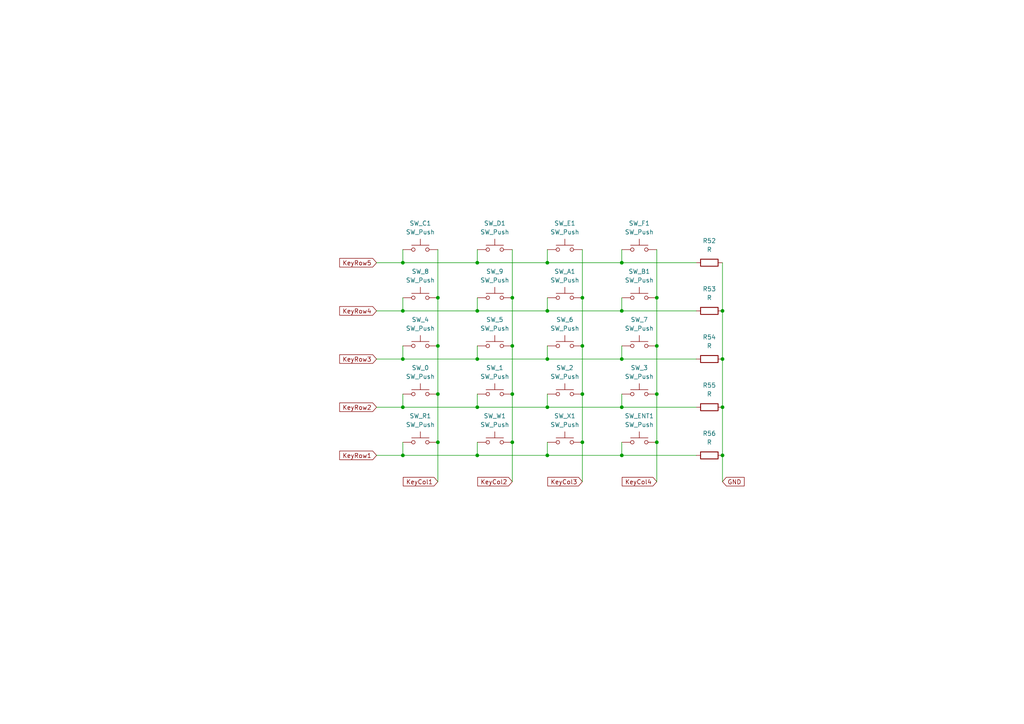
<source format=kicad_sch>
(kicad_sch (version 20230121) (generator eeschema)
  (paper "A4")
  (lib_symbols
    (symbol "Device:R" (pin_numbers hide) (pin_names (offset 0))
      (property "Reference" "R" (at 2.032 0 90))
      (property "Value" "R" (at 0 0 90))
      (symbol "R_0_1"
        (rectangle (start -1.016 -2.54) (end 1.016 2.54) (stroke (width 0.254)))
      )
      (symbol "R_1_1"
        (pin passive line (at 0 3.81 270) (length 1.27) (name "~") (number "1"))
        (pin passive line (at 0 -3.81 90) (length 1.27) (name "~") (number "2"))
      )
    )
    (symbol "Switch:SW_Push" (pin_numbers hide) (pin_names (offset 1.016) hide)
      (property "Reference" "SW" (at 1.27 2.54 0))
      (property "Value" "SW_Push" (at 0 -1.524 0))
      (symbol "SW_Push_0_1"
        (circle (center -2.032 0) (radius 0.508))
        (polyline (pts (xy 0 1.27) (xy 0 3.048)))
        (polyline (pts (xy 2.54 1.27) (xy -2.54 1.27)))
        (circle (center 2.032 0) (radius 0.508))
        (pin passive line (at -5.08 0 0) (length 2.54) (name "1") (number "1"))
        (pin passive line (at 5.08 0 180) (length 2.54) (name "2") (number "2"))
      )
    )
  )
  (junction (at 127 128.27))
  (junction (at 168.91 128.27))
  (junction (at 158.75 76.2))
  (junction (at 138.43 132.08))
  (junction (at 209.55 118.11))
  (junction (at 116.84 132.08))
  (junction (at 158.75 132.08))
  (junction (at 158.75 118.11))
  (junction (at 158.75 104.14))
  (junction (at 148.59 100.33))
  (junction (at 190.5 100.33))
  (junction (at 190.5 86.36))
  (junction (at 138.43 118.11))
  (junction (at 190.5 128.27))
  (junction (at 168.91 114.3))
  (junction (at 148.59 86.36))
  (junction (at 180.34 90.17))
  (junction (at 127 86.36))
  (junction (at 148.59 114.3))
  (junction (at 138.43 90.17))
  (junction (at 180.34 104.14))
  (junction (at 180.34 76.2))
  (junction (at 127 100.33))
  (junction (at 127 114.3))
  (junction (at 180.34 118.11))
  (junction (at 190.5 114.3))
  (junction (at 116.84 90.17))
  (junction (at 116.84 118.11))
  (junction (at 209.55 104.14))
  (junction (at 158.75 90.17))
  (junction (at 180.34 132.08))
  (junction (at 138.43 76.2))
  (junction (at 116.84 76.2))
  (junction (at 209.55 90.17))
  (junction (at 148.59 128.27))
  (junction (at 138.43 104.14))
  (junction (at 168.91 86.36))
  (junction (at 209.55 132.08))
  (junction (at 116.84 104.14))
  (junction (at 168.91 100.33))
  (wire (pts (xy 148.59 86.36) (xy 148.59 100.33)))
  (wire (pts (xy 158.75 90.17) (xy 180.34 90.17)))
  (wire (pts (xy 148.59 72.39) (xy 148.59 86.36)))
  (wire (pts (xy 158.75 114.3) (xy 158.75 118.11)))
  (wire (pts (xy 158.75 72.39) (xy 158.75 76.2)))
  (wire (pts (xy 138.43 118.11) (xy 138.43 114.3)))
  (wire (pts (xy 180.34 86.36) (xy 180.34 90.17)))
  (wire (pts (xy 180.34 104.14) (xy 201.93 104.14)))
  (wire (pts (xy 158.75 132.08) (xy 180.34 132.08)))
  (wire (pts (xy 138.43 104.14) (xy 158.75 104.14)))
  (wire (pts (xy 116.84 114.3) (xy 116.84 118.11)))
  (wire (pts (xy 209.55 118.11) (xy 209.55 132.08)))
  (wire (pts (xy 209.55 132.08) (xy 209.55 139.7)))
  (wire (pts (xy 180.34 100.33) (xy 180.34 104.14)))
  (wire (pts (xy 168.91 114.3) (xy 168.91 128.27)))
  (wire (pts (xy 138.43 90.17) (xy 138.43 86.36)))
  (wire (pts (xy 158.75 128.27) (xy 158.75 132.08)))
  (wire (pts (xy 190.5 114.3) (xy 190.5 128.27)))
  (wire (pts (xy 109.22 90.17) (xy 116.84 90.17)))
  (wire (pts (xy 116.84 76.2) (xy 138.43 76.2)))
  (wire (pts (xy 138.43 132.08) (xy 158.75 132.08)))
  (wire (pts (xy 138.43 132.08) (xy 138.43 128.27)))
  (wire (pts (xy 116.84 118.11) (xy 138.43 118.11)))
  (wire (pts (xy 190.5 86.36) (xy 190.5 100.33)))
  (wire (pts (xy 109.22 76.2) (xy 116.84 76.2)))
  (wire (pts (xy 158.75 100.33) (xy 158.75 104.14)))
  (wire (pts (xy 180.34 128.27) (xy 180.34 132.08)))
  (wire (pts (xy 158.75 86.36) (xy 158.75 90.17)))
  (wire (pts (xy 190.5 128.27) (xy 190.5 139.7)))
  (wire (pts (xy 127 128.27) (xy 127 139.7)))
  (wire (pts (xy 138.43 104.14) (xy 138.43 100.33)))
  (wire (pts (xy 158.75 104.14) (xy 180.34 104.14)))
  (wire (pts (xy 138.43 90.17) (xy 158.75 90.17)))
  (wire (pts (xy 116.84 100.33) (xy 116.84 104.14)))
  (wire (pts (xy 138.43 76.2) (xy 158.75 76.2)))
  (wire (pts (xy 209.55 104.14) (xy 209.55 118.11)))
  (wire (pts (xy 168.91 128.27) (xy 168.91 139.7)))
  (wire (pts (xy 138.43 118.11) (xy 158.75 118.11)))
  (wire (pts (xy 109.22 132.08) (xy 116.84 132.08)))
  (wire (pts (xy 180.34 90.17) (xy 201.93 90.17)))
  (wire (pts (xy 116.84 104.14) (xy 138.43 104.14)))
  (wire (pts (xy 158.75 118.11) (xy 180.34 118.11)))
  (wire (pts (xy 168.91 72.39) (xy 168.91 86.36)))
  (wire (pts (xy 116.84 132.08) (xy 138.43 132.08)))
  (wire (pts (xy 209.55 76.2) (xy 209.55 90.17)))
  (wire (pts (xy 116.84 90.17) (xy 138.43 90.17)))
  (wire (pts (xy 148.59 114.3) (xy 148.59 128.27)))
  (wire (pts (xy 148.59 128.27) (xy 148.59 139.7)))
  (wire (pts (xy 127 114.3) (xy 127 128.27)))
  (wire (pts (xy 116.84 72.39) (xy 116.84 76.2)))
  (wire (pts (xy 168.91 100.33) (xy 168.91 114.3)))
  (wire (pts (xy 116.84 128.27) (xy 116.84 132.08)))
  (wire (pts (xy 127 86.36) (xy 127 100.33)))
  (wire (pts (xy 190.5 72.39) (xy 190.5 86.36)))
  (wire (pts (xy 209.55 90.17) (xy 209.55 104.14)))
  (wire (pts (xy 180.34 72.39) (xy 180.34 76.2)))
  (wire (pts (xy 127 72.39) (xy 127 86.36)))
  (wire (pts (xy 180.34 132.08) (xy 201.93 132.08)))
  (wire (pts (xy 109.22 118.11) (xy 116.84 118.11)))
  (wire (pts (xy 138.43 76.2) (xy 138.43 72.39)))
  (wire (pts (xy 148.59 100.33) (xy 148.59 114.3)))
  (wire (pts (xy 116.84 86.36) (xy 116.84 90.17)))
  (wire (pts (xy 180.34 118.11) (xy 201.93 118.11)))
  (wire (pts (xy 109.22 104.14) (xy 116.84 104.14)))
  (wire (pts (xy 180.34 114.3) (xy 180.34 118.11)))
  (wire (pts (xy 190.5 100.33) (xy 190.5 114.3)))
  (wire (pts (xy 158.75 76.2) (xy 180.34 76.2)))
  (wire (pts (xy 180.34 76.2) (xy 201.93 76.2)))
  (wire (pts (xy 127 100.33) (xy 127 114.3)))
  (wire (pts (xy 168.91 86.36) (xy 168.91 100.33)))
  (global_label "KeyCol1" (shape input) (at 127 139.7 180) (property "Intersheetrefs" "${INTERSHEET_REFS}" (effects hide)))
  (global_label "KeyRow1" (shape input) (at 109.22 132.08 180) (property "Intersheetrefs" "${INTERSHEET_REFS}" (effects hide)))
  (global_label "GND" (shape input) (at 209.55 139.7 0) (property "Intersheetrefs" "${INTERSHEET_REFS}" (effects hide)))
  (global_label "KeyCol4" (shape input) (at 190.5 139.7 180) (property "Intersheetrefs" "${INTERSHEET_REFS}" (effects hide)))
  (global_label "KeyRow2" (shape input) (at 109.22 118.11 180) (property "Intersheetrefs" "${INTERSHEET_REFS}" (effects hide)))
  (global_label "KeyCol3" (shape input) (at 168.91 139.7 180) (property "Intersheetrefs" "${INTERSHEET_REFS}" (effects hide)))
  (global_label "KeyCol2" (shape input) (at 148.59 139.7 180) (property "Intersheetrefs" "${INTERSHEET_REFS}" (effects hide)))
  (global_label "KeyRow4" (shape input) (at 109.22 90.17 180) (property "Intersheetrefs" "${INTERSHEET_REFS}" (effects hide)))
  (global_label "KeyRow3" (shape input) (at 109.22 104.14 180) (property "Intersheetrefs" "${INTERSHEET_REFS}" (effects hide)))
  (global_label "KeyRow5" (shape input) (at 109.22 76.2 180) (property "Intersheetrefs" "${INTERSHEET_REFS}" (effects hide)))
  (symbol (lib_id "Switch:SW_Push") (at 121.92 72.39 0) (unit 1)
    (property "Reference" "SW_C1" (at 121.92 64.77 0))
    (property "Value" "SW_Push" (at 121.92 67.31 0))
    (property "Footprint" "Alius_6502:Kailh CHOC Low Profile" (effects hide))
  )
  (symbol (lib_id "Device:R") (at 205.74 132.08 90) (unit 1)
    (property "Reference" "R56" (at 205.74 125.73 90))
    (property "Value" "R" (at 205.74 128.27 90))
    (property "Footprint" "Alius_6502:R_Axial_DIN0207_L6.3mm_D2.5mm_P10.16mm_Horizontal" (effects hide))
  )
  (symbol (lib_id "Switch:SW_Push") (at 185.42 86.36 0) (unit 1)
    (property "Reference" "SW_B1" (at 185.42 78.74 0))
    (property "Value" "SW_Push" (at 185.42 81.28 0))
    (property "Footprint" "Alius_6502:Kailh CHOC Low Profile" (effects hide))
  )
  (symbol (lib_id "Switch:SW_Push") (at 185.42 72.39 0) (unit 1)
    (property "Reference" "SW_F1" (at 185.42 64.77 0))
    (property "Value" "SW_Push" (at 185.42 67.31 0))
    (property "Footprint" "Alius_6502:Kailh CHOC Low Profile" (effects hide))
  )
  (symbol (lib_id "Device:R") (at 205.74 76.2 90) (unit 1)
    (property "Reference" "R52" (at 205.74 69.85 90))
    (property "Value" "R" (at 205.74 72.39 90))
    (property "Footprint" "Alius_6502:R_Axial_DIN0207_L6.3mm_D2.5mm_P10.16mm_Horizontal" (effects hide))
  )
  (symbol (lib_id "Switch:SW_Push") (at 121.92 114.3 0) (unit 1)
    (property "Reference" "SW_0" (at 121.92 106.68 0))
    (property "Value" "SW_Push" (at 121.92 109.22 0))
    (property "Footprint" "Alius_6502:Kailh CHOC Low Profile" (effects hide))
  )
  (symbol (lib_id "Switch:SW_Push") (at 143.51 86.36 0) (unit 1)
    (property "Reference" "SW_9" (at 143.51 78.74 0))
    (property "Value" "SW_Push" (at 143.51 81.28 0))
    (property "Footprint" "Alius_6502:Kailh CHOC Low Profile" (effects hide))
  )
  (symbol (lib_id "Switch:SW_Push") (at 143.51 72.39 0) (unit 1)
    (property "Reference" "SW_D1" (at 143.51 64.77 0))
    (property "Value" "SW_Push" (at 143.51 67.31 0))
    (property "Footprint" "Alius_6502:Kailh CHOC Low Profile" (effects hide))
  )
  (symbol (lib_id "Device:R") (at 205.74 90.17 90) (unit 1)
    (property "Reference" "R53" (at 205.74 83.82 90))
    (property "Value" "R" (at 205.74 86.36 90))
    (property "Footprint" "Alius_6502:R_Axial_DIN0207_L6.3mm_D2.5mm_P10.16mm_Horizontal" (effects hide))
  )
  (symbol (lib_id "Switch:SW_Push") (at 163.83 128.27 0) (unit 1)
    (property "Reference" "SW_X1" (at 163.83 120.65 0))
    (property "Value" "SW_Push" (at 163.83 123.19 0))
    (property "Footprint" "Alius_6502:Kailh CHOC Low Profile" (effects hide))
  )
  (symbol (lib_id "Switch:SW_Push") (at 185.42 100.33 0) (unit 1)
    (property "Reference" "SW_7" (at 185.42 92.71 0))
    (property "Value" "SW_Push" (at 185.42 95.25 0))
    (property "Footprint" "Alius_6502:Kailh CHOC Low Profile" (effects hide))
  )
  (symbol (lib_id "Switch:SW_Push") (at 185.42 114.3 0) (unit 1)
    (property "Reference" "SW_3" (at 185.42 106.68 0))
    (property "Value" "SW_Push" (at 185.42 109.22 0))
    (property "Footprint" "Alius_6502:Kailh CHOC Low Profile" (effects hide))
  )
  (symbol (lib_id "Switch:SW_Push") (at 185.42 128.27 0) (unit 1)
    (property "Reference" "SW_ENT1" (at 185.42 120.65 0))
    (property "Value" "SW_Push" (at 185.42 123.19 0))
    (property "Footprint" "Alius_6502:Kailh CHOC Low Profile" (effects hide))
  )
  (symbol (lib_id "Switch:SW_Push") (at 121.92 100.33 0) (unit 1)
    (property "Reference" "SW_4" (at 121.92 92.71 0))
    (property "Value" "SW_Push" (at 121.92 95.25 0))
    (property "Footprint" "Alius_6502:Kailh CHOC Low Profile" (effects hide))
  )
  (symbol (lib_id "Switch:SW_Push") (at 163.83 72.39 0) (unit 1)
    (property "Reference" "SW_E1" (at 163.83 64.77 0))
    (property "Value" "SW_Push" (at 163.83 67.31 0))
    (property "Footprint" "Alius_6502:Kailh CHOC Low Profile" (effects hide))
  )
  (symbol (lib_id "Device:R") (at 205.74 104.14 90) (unit 1)
    (property "Reference" "R54" (at 205.74 97.79 90))
    (property "Value" "R" (at 205.74 100.33 90))
    (property "Footprint" "Alius_6502:R_Axial_DIN0207_L6.3mm_D2.5mm_P10.16mm_Horizontal" (effects hide))
  )
  (symbol (lib_id "Switch:SW_Push") (at 163.83 114.3 0) (unit 1)
    (property "Reference" "SW_2" (at 163.83 106.68 0))
    (property "Value" "SW_Push" (at 163.83 109.22 0))
    (property "Footprint" "Alius_6502:Kailh CHOC Low Profile" (effects hide))
  )
  (symbol (lib_id "Switch:SW_Push") (at 163.83 86.36 0) (unit 1)
    (property "Reference" "SW_A1" (at 163.83 78.74 0))
    (property "Value" "SW_Push" (at 163.83 81.28 0))
    (property "Footprint" "Alius_6502:Kailh CHOC Low Profile" (effects hide))
  )
  (symbol (lib_id "Switch:SW_Push") (at 121.92 86.36 0) (unit 1)
    (property "Reference" "SW_8" (at 121.92 78.74 0))
    (property "Value" "SW_Push" (at 121.92 81.28 0))
    (property "Footprint" "Alius_6502:Kailh CHOC Low Profile" (effects hide))
  )
  (symbol (lib_id "Device:R") (at 205.74 118.11 90) (unit 1)
    (property "Reference" "R55" (at 205.74 111.76 90))
    (property "Value" "R" (at 205.74 114.3 90))
    (property "Footprint" "Alius_6502:R_Axial_DIN0207_L6.3mm_D2.5mm_P10.16mm_Horizontal" (effects hide))
  )
  (symbol (lib_id "Switch:SW_Push") (at 143.51 128.27 0) (unit 1)
    (property "Reference" "SW_W1" (at 143.51 120.65 0))
    (property "Value" "SW_Push" (at 143.51 123.19 0))
    (property "Footprint" "Alius_6502:Kailh CHOC Low Profile" (effects hide))
  )
  (symbol (lib_id "Switch:SW_Push") (at 143.51 100.33 0) (unit 1)
    (property "Reference" "SW_5" (at 143.51 92.71 0))
    (property "Value" "SW_Push" (at 143.51 95.25 0))
    (property "Footprint" "Alius_6502:Kailh CHOC Low Profile" (effects hide))
  )
  (symbol (lib_id "Switch:SW_Push") (at 143.51 114.3 0) (unit 1)
    (property "Reference" "SW_1" (at 143.51 106.68 0))
    (property "Value" "SW_Push" (at 143.51 109.22 0))
    (property "Footprint" "Alius_6502:Kailh CHOC Low Profile" (effects hide))
  )
  (symbol (lib_id "Switch:SW_Push") (at 163.83 100.33 0) (unit 1)
    (property "Reference" "SW_6" (at 163.83 92.71 0))
    (property "Value" "SW_Push" (at 163.83 95.25 0))
    (property "Footprint" "Alius_6502:Kailh CHOC Low Profile" (effects hide))
  )
  (symbol (lib_id "Switch:SW_Push") (at 121.92 128.27 0) (unit 1)
    (property "Reference" "SW_R1" (at 121.92 120.65 0))
    (property "Value" "SW_Push" (at 121.92 123.19 0))
    (property "Footprint" "Alius_6502:Kailh CHOC Low Profile" (effects hide))
  )
)
</source>
